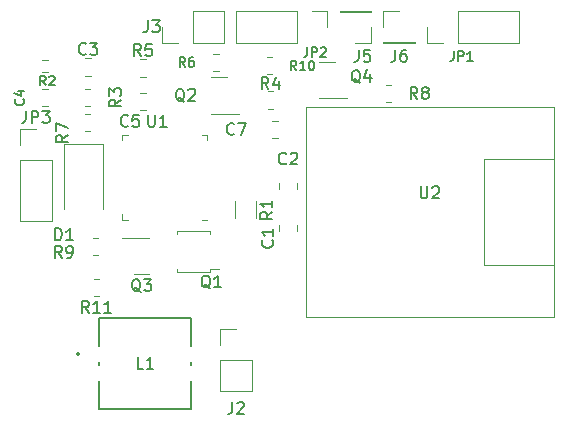
<source format=gbr>
%TF.GenerationSoftware,KiCad,Pcbnew,7.0.9*%
%TF.CreationDate,2024-04-10T12:07:57+02:00*%
%TF.ProjectId,Test_1,54657374-5f31-42e6-9b69-6361645f7063,rev?*%
%TF.SameCoordinates,Original*%
%TF.FileFunction,Legend,Top*%
%TF.FilePolarity,Positive*%
%FSLAX46Y46*%
G04 Gerber Fmt 4.6, Leading zero omitted, Abs format (unit mm)*
G04 Created by KiCad (PCBNEW 7.0.9) date 2024-04-10 12:07:57*
%MOMM*%
%LPD*%
G01*
G04 APERTURE LIST*
%ADD10C,0.150000*%
%ADD11C,0.120000*%
%ADD12C,0.152400*%
G04 APERTURE END LIST*
D10*
X85954819Y-127366666D02*
X85478628Y-127699999D01*
X85954819Y-127938094D02*
X84954819Y-127938094D01*
X84954819Y-127938094D02*
X84954819Y-127557142D01*
X84954819Y-127557142D02*
X85002438Y-127461904D01*
X85002438Y-127461904D02*
X85050057Y-127414285D01*
X85050057Y-127414285D02*
X85145295Y-127366666D01*
X85145295Y-127366666D02*
X85288152Y-127366666D01*
X85288152Y-127366666D02*
X85383390Y-127414285D01*
X85383390Y-127414285D02*
X85431009Y-127461904D01*
X85431009Y-127461904D02*
X85478628Y-127557142D01*
X85478628Y-127557142D02*
X85478628Y-127938094D01*
X84954819Y-127033332D02*
X84954819Y-126414285D01*
X84954819Y-126414285D02*
X85335771Y-126747618D01*
X85335771Y-126747618D02*
X85335771Y-126604761D01*
X85335771Y-126604761D02*
X85383390Y-126509523D01*
X85383390Y-126509523D02*
X85431009Y-126461904D01*
X85431009Y-126461904D02*
X85526247Y-126414285D01*
X85526247Y-126414285D02*
X85764342Y-126414285D01*
X85764342Y-126414285D02*
X85859580Y-126461904D01*
X85859580Y-126461904D02*
X85907200Y-126509523D01*
X85907200Y-126509523D02*
X85954819Y-126604761D01*
X85954819Y-126604761D02*
X85954819Y-126890475D01*
X85954819Y-126890475D02*
X85907200Y-126985713D01*
X85907200Y-126985713D02*
X85859580Y-127033332D01*
X87833333Y-150154719D02*
X87357143Y-150154719D01*
X87357143Y-150154719D02*
X87357143Y-149154719D01*
X88690476Y-150154719D02*
X88119048Y-150154719D01*
X88404762Y-150154719D02*
X88404762Y-149154719D01*
X88404762Y-149154719D02*
X88309524Y-149297576D01*
X88309524Y-149297576D02*
X88214286Y-149392814D01*
X88214286Y-149392814D02*
X88119048Y-149440433D01*
X95533333Y-130259580D02*
X95485714Y-130307200D01*
X95485714Y-130307200D02*
X95342857Y-130354819D01*
X95342857Y-130354819D02*
X95247619Y-130354819D01*
X95247619Y-130354819D02*
X95104762Y-130307200D01*
X95104762Y-130307200D02*
X95009524Y-130211961D01*
X95009524Y-130211961D02*
X94961905Y-130116723D01*
X94961905Y-130116723D02*
X94914286Y-129926247D01*
X94914286Y-129926247D02*
X94914286Y-129783390D01*
X94914286Y-129783390D02*
X94961905Y-129592914D01*
X94961905Y-129592914D02*
X95009524Y-129497676D01*
X95009524Y-129497676D02*
X95104762Y-129402438D01*
X95104762Y-129402438D02*
X95247619Y-129354819D01*
X95247619Y-129354819D02*
X95342857Y-129354819D01*
X95342857Y-129354819D02*
X95485714Y-129402438D01*
X95485714Y-129402438D02*
X95533333Y-129450057D01*
X95866667Y-129354819D02*
X96533333Y-129354819D01*
X96533333Y-129354819D02*
X96104762Y-130354819D01*
X114133333Y-123262295D02*
X114133333Y-123833723D01*
X114133333Y-123833723D02*
X114095238Y-123948009D01*
X114095238Y-123948009D02*
X114019047Y-124024200D01*
X114019047Y-124024200D02*
X113904762Y-124062295D01*
X113904762Y-124062295D02*
X113828571Y-124062295D01*
X114514286Y-124062295D02*
X114514286Y-123262295D01*
X114514286Y-123262295D02*
X114819048Y-123262295D01*
X114819048Y-123262295D02*
X114895238Y-123300390D01*
X114895238Y-123300390D02*
X114933333Y-123338485D01*
X114933333Y-123338485D02*
X114971429Y-123414676D01*
X114971429Y-123414676D02*
X114971429Y-123528961D01*
X114971429Y-123528961D02*
X114933333Y-123605152D01*
X114933333Y-123605152D02*
X114895238Y-123643247D01*
X114895238Y-123643247D02*
X114819048Y-123681342D01*
X114819048Y-123681342D02*
X114514286Y-123681342D01*
X115733333Y-124062295D02*
X115276190Y-124062295D01*
X115504762Y-124062295D02*
X115504762Y-123262295D01*
X115504762Y-123262295D02*
X115428571Y-123376580D01*
X115428571Y-123376580D02*
X115352381Y-123452771D01*
X115352381Y-123452771D02*
X115276190Y-123490866D01*
X87604761Y-143650057D02*
X87509523Y-143602438D01*
X87509523Y-143602438D02*
X87414285Y-143507200D01*
X87414285Y-143507200D02*
X87271428Y-143364342D01*
X87271428Y-143364342D02*
X87176190Y-143316723D01*
X87176190Y-143316723D02*
X87080952Y-143316723D01*
X87128571Y-143554819D02*
X87033333Y-143507200D01*
X87033333Y-143507200D02*
X86938095Y-143411961D01*
X86938095Y-143411961D02*
X86890476Y-143221485D01*
X86890476Y-143221485D02*
X86890476Y-142888152D01*
X86890476Y-142888152D02*
X86938095Y-142697676D01*
X86938095Y-142697676D02*
X87033333Y-142602438D01*
X87033333Y-142602438D02*
X87128571Y-142554819D01*
X87128571Y-142554819D02*
X87319047Y-142554819D01*
X87319047Y-142554819D02*
X87414285Y-142602438D01*
X87414285Y-142602438D02*
X87509523Y-142697676D01*
X87509523Y-142697676D02*
X87557142Y-142888152D01*
X87557142Y-142888152D02*
X87557142Y-143221485D01*
X87557142Y-143221485D02*
X87509523Y-143411961D01*
X87509523Y-143411961D02*
X87414285Y-143507200D01*
X87414285Y-143507200D02*
X87319047Y-143554819D01*
X87319047Y-143554819D02*
X87128571Y-143554819D01*
X87890476Y-142554819D02*
X88509523Y-142554819D01*
X88509523Y-142554819D02*
X88176190Y-142935771D01*
X88176190Y-142935771D02*
X88319047Y-142935771D01*
X88319047Y-142935771D02*
X88414285Y-142983390D01*
X88414285Y-142983390D02*
X88461904Y-143031009D01*
X88461904Y-143031009D02*
X88509523Y-143126247D01*
X88509523Y-143126247D02*
X88509523Y-143364342D01*
X88509523Y-143364342D02*
X88461904Y-143459580D01*
X88461904Y-143459580D02*
X88414285Y-143507200D01*
X88414285Y-143507200D02*
X88319047Y-143554819D01*
X88319047Y-143554819D02*
X88033333Y-143554819D01*
X88033333Y-143554819D02*
X87938095Y-143507200D01*
X87938095Y-143507200D02*
X87890476Y-143459580D01*
X91366667Y-124562295D02*
X91100000Y-124181342D01*
X90909524Y-124562295D02*
X90909524Y-123762295D01*
X90909524Y-123762295D02*
X91214286Y-123762295D01*
X91214286Y-123762295D02*
X91290476Y-123800390D01*
X91290476Y-123800390D02*
X91328571Y-123838485D01*
X91328571Y-123838485D02*
X91366667Y-123914676D01*
X91366667Y-123914676D02*
X91366667Y-124028961D01*
X91366667Y-124028961D02*
X91328571Y-124105152D01*
X91328571Y-124105152D02*
X91290476Y-124143247D01*
X91290476Y-124143247D02*
X91214286Y-124181342D01*
X91214286Y-124181342D02*
X90909524Y-124181342D01*
X92052381Y-123762295D02*
X91900000Y-123762295D01*
X91900000Y-123762295D02*
X91823809Y-123800390D01*
X91823809Y-123800390D02*
X91785714Y-123838485D01*
X91785714Y-123838485D02*
X91709524Y-123952771D01*
X91709524Y-123952771D02*
X91671428Y-124105152D01*
X91671428Y-124105152D02*
X91671428Y-124409914D01*
X91671428Y-124409914D02*
X91709524Y-124486104D01*
X91709524Y-124486104D02*
X91747619Y-124524200D01*
X91747619Y-124524200D02*
X91823809Y-124562295D01*
X91823809Y-124562295D02*
X91976190Y-124562295D01*
X91976190Y-124562295D02*
X92052381Y-124524200D01*
X92052381Y-124524200D02*
X92090476Y-124486104D01*
X92090476Y-124486104D02*
X92128571Y-124409914D01*
X92128571Y-124409914D02*
X92128571Y-124219438D01*
X92128571Y-124219438D02*
X92090476Y-124143247D01*
X92090476Y-124143247D02*
X92052381Y-124105152D01*
X92052381Y-124105152D02*
X91976190Y-124067057D01*
X91976190Y-124067057D02*
X91823809Y-124067057D01*
X91823809Y-124067057D02*
X91747619Y-124105152D01*
X91747619Y-124105152D02*
X91709524Y-124143247D01*
X91709524Y-124143247D02*
X91671428Y-124219438D01*
X83207142Y-145404819D02*
X82873809Y-144928628D01*
X82635714Y-145404819D02*
X82635714Y-144404819D01*
X82635714Y-144404819D02*
X83016666Y-144404819D01*
X83016666Y-144404819D02*
X83111904Y-144452438D01*
X83111904Y-144452438D02*
X83159523Y-144500057D01*
X83159523Y-144500057D02*
X83207142Y-144595295D01*
X83207142Y-144595295D02*
X83207142Y-144738152D01*
X83207142Y-144738152D02*
X83159523Y-144833390D01*
X83159523Y-144833390D02*
X83111904Y-144881009D01*
X83111904Y-144881009D02*
X83016666Y-144928628D01*
X83016666Y-144928628D02*
X82635714Y-144928628D01*
X84159523Y-145404819D02*
X83588095Y-145404819D01*
X83873809Y-145404819D02*
X83873809Y-144404819D01*
X83873809Y-144404819D02*
X83778571Y-144547676D01*
X83778571Y-144547676D02*
X83683333Y-144642914D01*
X83683333Y-144642914D02*
X83588095Y-144690533D01*
X85111904Y-145404819D02*
X84540476Y-145404819D01*
X84826190Y-145404819D02*
X84826190Y-144404819D01*
X84826190Y-144404819D02*
X84730952Y-144547676D01*
X84730952Y-144547676D02*
X84635714Y-144642914D01*
X84635714Y-144642914D02*
X84540476Y-144690533D01*
X98433333Y-126454819D02*
X98100000Y-125978628D01*
X97861905Y-126454819D02*
X97861905Y-125454819D01*
X97861905Y-125454819D02*
X98242857Y-125454819D01*
X98242857Y-125454819D02*
X98338095Y-125502438D01*
X98338095Y-125502438D02*
X98385714Y-125550057D01*
X98385714Y-125550057D02*
X98433333Y-125645295D01*
X98433333Y-125645295D02*
X98433333Y-125788152D01*
X98433333Y-125788152D02*
X98385714Y-125883390D01*
X98385714Y-125883390D02*
X98338095Y-125931009D01*
X98338095Y-125931009D02*
X98242857Y-125978628D01*
X98242857Y-125978628D02*
X97861905Y-125978628D01*
X99290476Y-125788152D02*
X99290476Y-126454819D01*
X99052381Y-125407200D02*
X98814286Y-126121485D01*
X98814286Y-126121485D02*
X99433333Y-126121485D01*
X80361905Y-139254819D02*
X80361905Y-138254819D01*
X80361905Y-138254819D02*
X80600000Y-138254819D01*
X80600000Y-138254819D02*
X80742857Y-138302438D01*
X80742857Y-138302438D02*
X80838095Y-138397676D01*
X80838095Y-138397676D02*
X80885714Y-138492914D01*
X80885714Y-138492914D02*
X80933333Y-138683390D01*
X80933333Y-138683390D02*
X80933333Y-138826247D01*
X80933333Y-138826247D02*
X80885714Y-139016723D01*
X80885714Y-139016723D02*
X80838095Y-139111961D01*
X80838095Y-139111961D02*
X80742857Y-139207200D01*
X80742857Y-139207200D02*
X80600000Y-139254819D01*
X80600000Y-139254819D02*
X80361905Y-139254819D01*
X81885714Y-139254819D02*
X81314286Y-139254819D01*
X81600000Y-139254819D02*
X81600000Y-138254819D01*
X81600000Y-138254819D02*
X81504762Y-138397676D01*
X81504762Y-138397676D02*
X81409524Y-138492914D01*
X81409524Y-138492914D02*
X81314286Y-138540533D01*
X98754819Y-136866666D02*
X98278628Y-137199999D01*
X98754819Y-137438094D02*
X97754819Y-137438094D01*
X97754819Y-137438094D02*
X97754819Y-137057142D01*
X97754819Y-137057142D02*
X97802438Y-136961904D01*
X97802438Y-136961904D02*
X97850057Y-136914285D01*
X97850057Y-136914285D02*
X97945295Y-136866666D01*
X97945295Y-136866666D02*
X98088152Y-136866666D01*
X98088152Y-136866666D02*
X98183390Y-136914285D01*
X98183390Y-136914285D02*
X98231009Y-136961904D01*
X98231009Y-136961904D02*
X98278628Y-137057142D01*
X98278628Y-137057142D02*
X98278628Y-137438094D01*
X98754819Y-135914285D02*
X98754819Y-136485713D01*
X98754819Y-136199999D02*
X97754819Y-136199999D01*
X97754819Y-136199999D02*
X97897676Y-136295237D01*
X97897676Y-136295237D02*
X97992914Y-136390475D01*
X97992914Y-136390475D02*
X98040533Y-136485713D01*
X86533333Y-129559580D02*
X86485714Y-129607200D01*
X86485714Y-129607200D02*
X86342857Y-129654819D01*
X86342857Y-129654819D02*
X86247619Y-129654819D01*
X86247619Y-129654819D02*
X86104762Y-129607200D01*
X86104762Y-129607200D02*
X86009524Y-129511961D01*
X86009524Y-129511961D02*
X85961905Y-129416723D01*
X85961905Y-129416723D02*
X85914286Y-129226247D01*
X85914286Y-129226247D02*
X85914286Y-129083390D01*
X85914286Y-129083390D02*
X85961905Y-128892914D01*
X85961905Y-128892914D02*
X86009524Y-128797676D01*
X86009524Y-128797676D02*
X86104762Y-128702438D01*
X86104762Y-128702438D02*
X86247619Y-128654819D01*
X86247619Y-128654819D02*
X86342857Y-128654819D01*
X86342857Y-128654819D02*
X86485714Y-128702438D01*
X86485714Y-128702438D02*
X86533333Y-128750057D01*
X87438095Y-128654819D02*
X86961905Y-128654819D01*
X86961905Y-128654819D02*
X86914286Y-129131009D01*
X86914286Y-129131009D02*
X86961905Y-129083390D01*
X86961905Y-129083390D02*
X87057143Y-129035771D01*
X87057143Y-129035771D02*
X87295238Y-129035771D01*
X87295238Y-129035771D02*
X87390476Y-129083390D01*
X87390476Y-129083390D02*
X87438095Y-129131009D01*
X87438095Y-129131009D02*
X87485714Y-129226247D01*
X87485714Y-129226247D02*
X87485714Y-129464342D01*
X87485714Y-129464342D02*
X87438095Y-129559580D01*
X87438095Y-129559580D02*
X87390476Y-129607200D01*
X87390476Y-129607200D02*
X87295238Y-129654819D01*
X87295238Y-129654819D02*
X87057143Y-129654819D01*
X87057143Y-129654819D02*
X86961905Y-129607200D01*
X86961905Y-129607200D02*
X86914286Y-129559580D01*
X101733333Y-122912295D02*
X101733333Y-123483723D01*
X101733333Y-123483723D02*
X101695238Y-123598009D01*
X101695238Y-123598009D02*
X101619047Y-123674200D01*
X101619047Y-123674200D02*
X101504762Y-123712295D01*
X101504762Y-123712295D02*
X101428571Y-123712295D01*
X102114286Y-123712295D02*
X102114286Y-122912295D01*
X102114286Y-122912295D02*
X102419048Y-122912295D01*
X102419048Y-122912295D02*
X102495238Y-122950390D01*
X102495238Y-122950390D02*
X102533333Y-122988485D01*
X102533333Y-122988485D02*
X102571429Y-123064676D01*
X102571429Y-123064676D02*
X102571429Y-123178961D01*
X102571429Y-123178961D02*
X102533333Y-123255152D01*
X102533333Y-123255152D02*
X102495238Y-123293247D01*
X102495238Y-123293247D02*
X102419048Y-123331342D01*
X102419048Y-123331342D02*
X102114286Y-123331342D01*
X102876190Y-122988485D02*
X102914286Y-122950390D01*
X102914286Y-122950390D02*
X102990476Y-122912295D01*
X102990476Y-122912295D02*
X103180952Y-122912295D01*
X103180952Y-122912295D02*
X103257143Y-122950390D01*
X103257143Y-122950390D02*
X103295238Y-122988485D01*
X103295238Y-122988485D02*
X103333333Y-123064676D01*
X103333333Y-123064676D02*
X103333333Y-123140866D01*
X103333333Y-123140866D02*
X103295238Y-123255152D01*
X103295238Y-123255152D02*
X102838095Y-123712295D01*
X102838095Y-123712295D02*
X103333333Y-123712295D01*
X77686104Y-127333332D02*
X77724200Y-127371428D01*
X77724200Y-127371428D02*
X77762295Y-127485713D01*
X77762295Y-127485713D02*
X77762295Y-127561904D01*
X77762295Y-127561904D02*
X77724200Y-127676190D01*
X77724200Y-127676190D02*
X77648009Y-127752380D01*
X77648009Y-127752380D02*
X77571819Y-127790475D01*
X77571819Y-127790475D02*
X77419438Y-127828571D01*
X77419438Y-127828571D02*
X77305152Y-127828571D01*
X77305152Y-127828571D02*
X77152771Y-127790475D01*
X77152771Y-127790475D02*
X77076580Y-127752380D01*
X77076580Y-127752380D02*
X77000390Y-127676190D01*
X77000390Y-127676190D02*
X76962295Y-127561904D01*
X76962295Y-127561904D02*
X76962295Y-127485713D01*
X76962295Y-127485713D02*
X77000390Y-127371428D01*
X77000390Y-127371428D02*
X77038485Y-127333332D01*
X77228961Y-126647618D02*
X77762295Y-126647618D01*
X76924200Y-126838094D02*
X77495628Y-127028571D01*
X77495628Y-127028571D02*
X77495628Y-126533332D01*
X79566667Y-126162295D02*
X79300000Y-125781342D01*
X79109524Y-126162295D02*
X79109524Y-125362295D01*
X79109524Y-125362295D02*
X79414286Y-125362295D01*
X79414286Y-125362295D02*
X79490476Y-125400390D01*
X79490476Y-125400390D02*
X79528571Y-125438485D01*
X79528571Y-125438485D02*
X79566667Y-125514676D01*
X79566667Y-125514676D02*
X79566667Y-125628961D01*
X79566667Y-125628961D02*
X79528571Y-125705152D01*
X79528571Y-125705152D02*
X79490476Y-125743247D01*
X79490476Y-125743247D02*
X79414286Y-125781342D01*
X79414286Y-125781342D02*
X79109524Y-125781342D01*
X79871428Y-125438485D02*
X79909524Y-125400390D01*
X79909524Y-125400390D02*
X79985714Y-125362295D01*
X79985714Y-125362295D02*
X80176190Y-125362295D01*
X80176190Y-125362295D02*
X80252381Y-125400390D01*
X80252381Y-125400390D02*
X80290476Y-125438485D01*
X80290476Y-125438485D02*
X80328571Y-125514676D01*
X80328571Y-125514676D02*
X80328571Y-125590866D01*
X80328571Y-125590866D02*
X80290476Y-125705152D01*
X80290476Y-125705152D02*
X79833333Y-126162295D01*
X79833333Y-126162295D02*
X80328571Y-126162295D01*
X82983333Y-123459580D02*
X82935714Y-123507200D01*
X82935714Y-123507200D02*
X82792857Y-123554819D01*
X82792857Y-123554819D02*
X82697619Y-123554819D01*
X82697619Y-123554819D02*
X82554762Y-123507200D01*
X82554762Y-123507200D02*
X82459524Y-123411961D01*
X82459524Y-123411961D02*
X82411905Y-123316723D01*
X82411905Y-123316723D02*
X82364286Y-123126247D01*
X82364286Y-123126247D02*
X82364286Y-122983390D01*
X82364286Y-122983390D02*
X82411905Y-122792914D01*
X82411905Y-122792914D02*
X82459524Y-122697676D01*
X82459524Y-122697676D02*
X82554762Y-122602438D01*
X82554762Y-122602438D02*
X82697619Y-122554819D01*
X82697619Y-122554819D02*
X82792857Y-122554819D01*
X82792857Y-122554819D02*
X82935714Y-122602438D01*
X82935714Y-122602438D02*
X82983333Y-122650057D01*
X83316667Y-122554819D02*
X83935714Y-122554819D01*
X83935714Y-122554819D02*
X83602381Y-122935771D01*
X83602381Y-122935771D02*
X83745238Y-122935771D01*
X83745238Y-122935771D02*
X83840476Y-122983390D01*
X83840476Y-122983390D02*
X83888095Y-123031009D01*
X83888095Y-123031009D02*
X83935714Y-123126247D01*
X83935714Y-123126247D02*
X83935714Y-123364342D01*
X83935714Y-123364342D02*
X83888095Y-123459580D01*
X83888095Y-123459580D02*
X83840476Y-123507200D01*
X83840476Y-123507200D02*
X83745238Y-123554819D01*
X83745238Y-123554819D02*
X83459524Y-123554819D01*
X83459524Y-123554819D02*
X83364286Y-123507200D01*
X83364286Y-123507200D02*
X83316667Y-123459580D01*
X91317261Y-127550057D02*
X91222023Y-127502438D01*
X91222023Y-127502438D02*
X91126785Y-127407200D01*
X91126785Y-127407200D02*
X90983928Y-127264342D01*
X90983928Y-127264342D02*
X90888690Y-127216723D01*
X90888690Y-127216723D02*
X90793452Y-127216723D01*
X90841071Y-127454819D02*
X90745833Y-127407200D01*
X90745833Y-127407200D02*
X90650595Y-127311961D01*
X90650595Y-127311961D02*
X90602976Y-127121485D01*
X90602976Y-127121485D02*
X90602976Y-126788152D01*
X90602976Y-126788152D02*
X90650595Y-126597676D01*
X90650595Y-126597676D02*
X90745833Y-126502438D01*
X90745833Y-126502438D02*
X90841071Y-126454819D01*
X90841071Y-126454819D02*
X91031547Y-126454819D01*
X91031547Y-126454819D02*
X91126785Y-126502438D01*
X91126785Y-126502438D02*
X91222023Y-126597676D01*
X91222023Y-126597676D02*
X91269642Y-126788152D01*
X91269642Y-126788152D02*
X91269642Y-127121485D01*
X91269642Y-127121485D02*
X91222023Y-127311961D01*
X91222023Y-127311961D02*
X91126785Y-127407200D01*
X91126785Y-127407200D02*
X91031547Y-127454819D01*
X91031547Y-127454819D02*
X90841071Y-127454819D01*
X91650595Y-126550057D02*
X91698214Y-126502438D01*
X91698214Y-126502438D02*
X91793452Y-126454819D01*
X91793452Y-126454819D02*
X92031547Y-126454819D01*
X92031547Y-126454819D02*
X92126785Y-126502438D01*
X92126785Y-126502438D02*
X92174404Y-126550057D01*
X92174404Y-126550057D02*
X92222023Y-126645295D01*
X92222023Y-126645295D02*
X92222023Y-126740533D01*
X92222023Y-126740533D02*
X92174404Y-126883390D01*
X92174404Y-126883390D02*
X91602976Y-127454819D01*
X91602976Y-127454819D02*
X92222023Y-127454819D01*
X109166666Y-123154819D02*
X109166666Y-123869104D01*
X109166666Y-123869104D02*
X109119047Y-124011961D01*
X109119047Y-124011961D02*
X109023809Y-124107200D01*
X109023809Y-124107200D02*
X108880952Y-124154819D01*
X108880952Y-124154819D02*
X108785714Y-124154819D01*
X110071428Y-123154819D02*
X109880952Y-123154819D01*
X109880952Y-123154819D02*
X109785714Y-123202438D01*
X109785714Y-123202438D02*
X109738095Y-123250057D01*
X109738095Y-123250057D02*
X109642857Y-123392914D01*
X109642857Y-123392914D02*
X109595238Y-123583390D01*
X109595238Y-123583390D02*
X109595238Y-123964342D01*
X109595238Y-123964342D02*
X109642857Y-124059580D01*
X109642857Y-124059580D02*
X109690476Y-124107200D01*
X109690476Y-124107200D02*
X109785714Y-124154819D01*
X109785714Y-124154819D02*
X109976190Y-124154819D01*
X109976190Y-124154819D02*
X110071428Y-124107200D01*
X110071428Y-124107200D02*
X110119047Y-124059580D01*
X110119047Y-124059580D02*
X110166666Y-123964342D01*
X110166666Y-123964342D02*
X110166666Y-123726247D01*
X110166666Y-123726247D02*
X110119047Y-123631009D01*
X110119047Y-123631009D02*
X110071428Y-123583390D01*
X110071428Y-123583390D02*
X109976190Y-123535771D01*
X109976190Y-123535771D02*
X109785714Y-123535771D01*
X109785714Y-123535771D02*
X109690476Y-123583390D01*
X109690476Y-123583390D02*
X109642857Y-123631009D01*
X109642857Y-123631009D02*
X109595238Y-123726247D01*
X99933333Y-132759580D02*
X99885714Y-132807200D01*
X99885714Y-132807200D02*
X99742857Y-132854819D01*
X99742857Y-132854819D02*
X99647619Y-132854819D01*
X99647619Y-132854819D02*
X99504762Y-132807200D01*
X99504762Y-132807200D02*
X99409524Y-132711961D01*
X99409524Y-132711961D02*
X99361905Y-132616723D01*
X99361905Y-132616723D02*
X99314286Y-132426247D01*
X99314286Y-132426247D02*
X99314286Y-132283390D01*
X99314286Y-132283390D02*
X99361905Y-132092914D01*
X99361905Y-132092914D02*
X99409524Y-131997676D01*
X99409524Y-131997676D02*
X99504762Y-131902438D01*
X99504762Y-131902438D02*
X99647619Y-131854819D01*
X99647619Y-131854819D02*
X99742857Y-131854819D01*
X99742857Y-131854819D02*
X99885714Y-131902438D01*
X99885714Y-131902438D02*
X99933333Y-131950057D01*
X100314286Y-131950057D02*
X100361905Y-131902438D01*
X100361905Y-131902438D02*
X100457143Y-131854819D01*
X100457143Y-131854819D02*
X100695238Y-131854819D01*
X100695238Y-131854819D02*
X100790476Y-131902438D01*
X100790476Y-131902438D02*
X100838095Y-131950057D01*
X100838095Y-131950057D02*
X100885714Y-132045295D01*
X100885714Y-132045295D02*
X100885714Y-132140533D01*
X100885714Y-132140533D02*
X100838095Y-132283390D01*
X100838095Y-132283390D02*
X100266667Y-132854819D01*
X100266667Y-132854819D02*
X100885714Y-132854819D01*
X81454819Y-130366666D02*
X80978628Y-130699999D01*
X81454819Y-130938094D02*
X80454819Y-130938094D01*
X80454819Y-130938094D02*
X80454819Y-130557142D01*
X80454819Y-130557142D02*
X80502438Y-130461904D01*
X80502438Y-130461904D02*
X80550057Y-130414285D01*
X80550057Y-130414285D02*
X80645295Y-130366666D01*
X80645295Y-130366666D02*
X80788152Y-130366666D01*
X80788152Y-130366666D02*
X80883390Y-130414285D01*
X80883390Y-130414285D02*
X80931009Y-130461904D01*
X80931009Y-130461904D02*
X80978628Y-130557142D01*
X80978628Y-130557142D02*
X80978628Y-130938094D01*
X80454819Y-130033332D02*
X80454819Y-129366666D01*
X80454819Y-129366666D02*
X81454819Y-129795237D01*
X77906666Y-128324819D02*
X77906666Y-129039104D01*
X77906666Y-129039104D02*
X77859047Y-129181961D01*
X77859047Y-129181961D02*
X77763809Y-129277200D01*
X77763809Y-129277200D02*
X77620952Y-129324819D01*
X77620952Y-129324819D02*
X77525714Y-129324819D01*
X78382857Y-129324819D02*
X78382857Y-128324819D01*
X78382857Y-128324819D02*
X78763809Y-128324819D01*
X78763809Y-128324819D02*
X78859047Y-128372438D01*
X78859047Y-128372438D02*
X78906666Y-128420057D01*
X78906666Y-128420057D02*
X78954285Y-128515295D01*
X78954285Y-128515295D02*
X78954285Y-128658152D01*
X78954285Y-128658152D02*
X78906666Y-128753390D01*
X78906666Y-128753390D02*
X78859047Y-128801009D01*
X78859047Y-128801009D02*
X78763809Y-128848628D01*
X78763809Y-128848628D02*
X78382857Y-128848628D01*
X79287619Y-128324819D02*
X79906666Y-128324819D01*
X79906666Y-128324819D02*
X79573333Y-128705771D01*
X79573333Y-128705771D02*
X79716190Y-128705771D01*
X79716190Y-128705771D02*
X79811428Y-128753390D01*
X79811428Y-128753390D02*
X79859047Y-128801009D01*
X79859047Y-128801009D02*
X79906666Y-128896247D01*
X79906666Y-128896247D02*
X79906666Y-129134342D01*
X79906666Y-129134342D02*
X79859047Y-129229580D01*
X79859047Y-129229580D02*
X79811428Y-129277200D01*
X79811428Y-129277200D02*
X79716190Y-129324819D01*
X79716190Y-129324819D02*
X79430476Y-129324819D01*
X79430476Y-129324819D02*
X79335238Y-129277200D01*
X79335238Y-129277200D02*
X79287619Y-129229580D01*
X88238095Y-128654819D02*
X88238095Y-129464342D01*
X88238095Y-129464342D02*
X88285714Y-129559580D01*
X88285714Y-129559580D02*
X88333333Y-129607200D01*
X88333333Y-129607200D02*
X88428571Y-129654819D01*
X88428571Y-129654819D02*
X88619047Y-129654819D01*
X88619047Y-129654819D02*
X88714285Y-129607200D01*
X88714285Y-129607200D02*
X88761904Y-129559580D01*
X88761904Y-129559580D02*
X88809523Y-129464342D01*
X88809523Y-129464342D02*
X88809523Y-128654819D01*
X89809523Y-129654819D02*
X89238095Y-129654819D01*
X89523809Y-129654819D02*
X89523809Y-128654819D01*
X89523809Y-128654819D02*
X89428571Y-128797676D01*
X89428571Y-128797676D02*
X89333333Y-128892914D01*
X89333333Y-128892914D02*
X89238095Y-128940533D01*
X111033333Y-127304819D02*
X110700000Y-126828628D01*
X110461905Y-127304819D02*
X110461905Y-126304819D01*
X110461905Y-126304819D02*
X110842857Y-126304819D01*
X110842857Y-126304819D02*
X110938095Y-126352438D01*
X110938095Y-126352438D02*
X110985714Y-126400057D01*
X110985714Y-126400057D02*
X111033333Y-126495295D01*
X111033333Y-126495295D02*
X111033333Y-126638152D01*
X111033333Y-126638152D02*
X110985714Y-126733390D01*
X110985714Y-126733390D02*
X110938095Y-126781009D01*
X110938095Y-126781009D02*
X110842857Y-126828628D01*
X110842857Y-126828628D02*
X110461905Y-126828628D01*
X111604762Y-126733390D02*
X111509524Y-126685771D01*
X111509524Y-126685771D02*
X111461905Y-126638152D01*
X111461905Y-126638152D02*
X111414286Y-126542914D01*
X111414286Y-126542914D02*
X111414286Y-126495295D01*
X111414286Y-126495295D02*
X111461905Y-126400057D01*
X111461905Y-126400057D02*
X111509524Y-126352438D01*
X111509524Y-126352438D02*
X111604762Y-126304819D01*
X111604762Y-126304819D02*
X111795238Y-126304819D01*
X111795238Y-126304819D02*
X111890476Y-126352438D01*
X111890476Y-126352438D02*
X111938095Y-126400057D01*
X111938095Y-126400057D02*
X111985714Y-126495295D01*
X111985714Y-126495295D02*
X111985714Y-126542914D01*
X111985714Y-126542914D02*
X111938095Y-126638152D01*
X111938095Y-126638152D02*
X111890476Y-126685771D01*
X111890476Y-126685771D02*
X111795238Y-126733390D01*
X111795238Y-126733390D02*
X111604762Y-126733390D01*
X111604762Y-126733390D02*
X111509524Y-126781009D01*
X111509524Y-126781009D02*
X111461905Y-126828628D01*
X111461905Y-126828628D02*
X111414286Y-126923866D01*
X111414286Y-126923866D02*
X111414286Y-127114342D01*
X111414286Y-127114342D02*
X111461905Y-127209580D01*
X111461905Y-127209580D02*
X111509524Y-127257200D01*
X111509524Y-127257200D02*
X111604762Y-127304819D01*
X111604762Y-127304819D02*
X111795238Y-127304819D01*
X111795238Y-127304819D02*
X111890476Y-127257200D01*
X111890476Y-127257200D02*
X111938095Y-127209580D01*
X111938095Y-127209580D02*
X111985714Y-127114342D01*
X111985714Y-127114342D02*
X111985714Y-126923866D01*
X111985714Y-126923866D02*
X111938095Y-126828628D01*
X111938095Y-126828628D02*
X111890476Y-126781009D01*
X111890476Y-126781009D02*
X111795238Y-126733390D01*
X106066666Y-123154819D02*
X106066666Y-123869104D01*
X106066666Y-123869104D02*
X106019047Y-124011961D01*
X106019047Y-124011961D02*
X105923809Y-124107200D01*
X105923809Y-124107200D02*
X105780952Y-124154819D01*
X105780952Y-124154819D02*
X105685714Y-124154819D01*
X107019047Y-123154819D02*
X106542857Y-123154819D01*
X106542857Y-123154819D02*
X106495238Y-123631009D01*
X106495238Y-123631009D02*
X106542857Y-123583390D01*
X106542857Y-123583390D02*
X106638095Y-123535771D01*
X106638095Y-123535771D02*
X106876190Y-123535771D01*
X106876190Y-123535771D02*
X106971428Y-123583390D01*
X106971428Y-123583390D02*
X107019047Y-123631009D01*
X107019047Y-123631009D02*
X107066666Y-123726247D01*
X107066666Y-123726247D02*
X107066666Y-123964342D01*
X107066666Y-123964342D02*
X107019047Y-124059580D01*
X107019047Y-124059580D02*
X106971428Y-124107200D01*
X106971428Y-124107200D02*
X106876190Y-124154819D01*
X106876190Y-124154819D02*
X106638095Y-124154819D01*
X106638095Y-124154819D02*
X106542857Y-124107200D01*
X106542857Y-124107200D02*
X106495238Y-124059580D01*
X80933333Y-140754819D02*
X80600000Y-140278628D01*
X80361905Y-140754819D02*
X80361905Y-139754819D01*
X80361905Y-139754819D02*
X80742857Y-139754819D01*
X80742857Y-139754819D02*
X80838095Y-139802438D01*
X80838095Y-139802438D02*
X80885714Y-139850057D01*
X80885714Y-139850057D02*
X80933333Y-139945295D01*
X80933333Y-139945295D02*
X80933333Y-140088152D01*
X80933333Y-140088152D02*
X80885714Y-140183390D01*
X80885714Y-140183390D02*
X80838095Y-140231009D01*
X80838095Y-140231009D02*
X80742857Y-140278628D01*
X80742857Y-140278628D02*
X80361905Y-140278628D01*
X81409524Y-140754819D02*
X81600000Y-140754819D01*
X81600000Y-140754819D02*
X81695238Y-140707200D01*
X81695238Y-140707200D02*
X81742857Y-140659580D01*
X81742857Y-140659580D02*
X81838095Y-140516723D01*
X81838095Y-140516723D02*
X81885714Y-140326247D01*
X81885714Y-140326247D02*
X81885714Y-139945295D01*
X81885714Y-139945295D02*
X81838095Y-139850057D01*
X81838095Y-139850057D02*
X81790476Y-139802438D01*
X81790476Y-139802438D02*
X81695238Y-139754819D01*
X81695238Y-139754819D02*
X81504762Y-139754819D01*
X81504762Y-139754819D02*
X81409524Y-139802438D01*
X81409524Y-139802438D02*
X81361905Y-139850057D01*
X81361905Y-139850057D02*
X81314286Y-139945295D01*
X81314286Y-139945295D02*
X81314286Y-140183390D01*
X81314286Y-140183390D02*
X81361905Y-140278628D01*
X81361905Y-140278628D02*
X81409524Y-140326247D01*
X81409524Y-140326247D02*
X81504762Y-140373866D01*
X81504762Y-140373866D02*
X81695238Y-140373866D01*
X81695238Y-140373866D02*
X81790476Y-140326247D01*
X81790476Y-140326247D02*
X81838095Y-140278628D01*
X81838095Y-140278628D02*
X81885714Y-140183390D01*
X95366666Y-152979819D02*
X95366666Y-153694104D01*
X95366666Y-153694104D02*
X95319047Y-153836961D01*
X95319047Y-153836961D02*
X95223809Y-153932200D01*
X95223809Y-153932200D02*
X95080952Y-153979819D01*
X95080952Y-153979819D02*
X94985714Y-153979819D01*
X95795238Y-153075057D02*
X95842857Y-153027438D01*
X95842857Y-153027438D02*
X95938095Y-152979819D01*
X95938095Y-152979819D02*
X96176190Y-152979819D01*
X96176190Y-152979819D02*
X96271428Y-153027438D01*
X96271428Y-153027438D02*
X96319047Y-153075057D01*
X96319047Y-153075057D02*
X96366666Y-153170295D01*
X96366666Y-153170295D02*
X96366666Y-153265533D01*
X96366666Y-153265533D02*
X96319047Y-153408390D01*
X96319047Y-153408390D02*
X95747619Y-153979819D01*
X95747619Y-153979819D02*
X96366666Y-153979819D01*
X100785714Y-124862295D02*
X100519047Y-124481342D01*
X100328571Y-124862295D02*
X100328571Y-124062295D01*
X100328571Y-124062295D02*
X100633333Y-124062295D01*
X100633333Y-124062295D02*
X100709523Y-124100390D01*
X100709523Y-124100390D02*
X100747618Y-124138485D01*
X100747618Y-124138485D02*
X100785714Y-124214676D01*
X100785714Y-124214676D02*
X100785714Y-124328961D01*
X100785714Y-124328961D02*
X100747618Y-124405152D01*
X100747618Y-124405152D02*
X100709523Y-124443247D01*
X100709523Y-124443247D02*
X100633333Y-124481342D01*
X100633333Y-124481342D02*
X100328571Y-124481342D01*
X101547618Y-124862295D02*
X101090475Y-124862295D01*
X101319047Y-124862295D02*
X101319047Y-124062295D01*
X101319047Y-124062295D02*
X101242856Y-124176580D01*
X101242856Y-124176580D02*
X101166666Y-124252771D01*
X101166666Y-124252771D02*
X101090475Y-124290866D01*
X102042857Y-124062295D02*
X102119047Y-124062295D01*
X102119047Y-124062295D02*
X102195238Y-124100390D01*
X102195238Y-124100390D02*
X102233333Y-124138485D01*
X102233333Y-124138485D02*
X102271428Y-124214676D01*
X102271428Y-124214676D02*
X102309523Y-124367057D01*
X102309523Y-124367057D02*
X102309523Y-124557533D01*
X102309523Y-124557533D02*
X102271428Y-124709914D01*
X102271428Y-124709914D02*
X102233333Y-124786104D01*
X102233333Y-124786104D02*
X102195238Y-124824200D01*
X102195238Y-124824200D02*
X102119047Y-124862295D01*
X102119047Y-124862295D02*
X102042857Y-124862295D01*
X102042857Y-124862295D02*
X101966666Y-124824200D01*
X101966666Y-124824200D02*
X101928571Y-124786104D01*
X101928571Y-124786104D02*
X101890476Y-124709914D01*
X101890476Y-124709914D02*
X101852380Y-124557533D01*
X101852380Y-124557533D02*
X101852380Y-124367057D01*
X101852380Y-124367057D02*
X101890476Y-124214676D01*
X101890476Y-124214676D02*
X101928571Y-124138485D01*
X101928571Y-124138485D02*
X101966666Y-124100390D01*
X101966666Y-124100390D02*
X102042857Y-124062295D01*
X93504761Y-143350057D02*
X93409523Y-143302438D01*
X93409523Y-143302438D02*
X93314285Y-143207200D01*
X93314285Y-143207200D02*
X93171428Y-143064342D01*
X93171428Y-143064342D02*
X93076190Y-143016723D01*
X93076190Y-143016723D02*
X92980952Y-143016723D01*
X93028571Y-143254819D02*
X92933333Y-143207200D01*
X92933333Y-143207200D02*
X92838095Y-143111961D01*
X92838095Y-143111961D02*
X92790476Y-142921485D01*
X92790476Y-142921485D02*
X92790476Y-142588152D01*
X92790476Y-142588152D02*
X92838095Y-142397676D01*
X92838095Y-142397676D02*
X92933333Y-142302438D01*
X92933333Y-142302438D02*
X93028571Y-142254819D01*
X93028571Y-142254819D02*
X93219047Y-142254819D01*
X93219047Y-142254819D02*
X93314285Y-142302438D01*
X93314285Y-142302438D02*
X93409523Y-142397676D01*
X93409523Y-142397676D02*
X93457142Y-142588152D01*
X93457142Y-142588152D02*
X93457142Y-142921485D01*
X93457142Y-142921485D02*
X93409523Y-143111961D01*
X93409523Y-143111961D02*
X93314285Y-143207200D01*
X93314285Y-143207200D02*
X93219047Y-143254819D01*
X93219047Y-143254819D02*
X93028571Y-143254819D01*
X94409523Y-143254819D02*
X93838095Y-143254819D01*
X94123809Y-143254819D02*
X94123809Y-142254819D01*
X94123809Y-142254819D02*
X94028571Y-142397676D01*
X94028571Y-142397676D02*
X93933333Y-142492914D01*
X93933333Y-142492914D02*
X93838095Y-142540533D01*
X87633333Y-123654819D02*
X87300000Y-123178628D01*
X87061905Y-123654819D02*
X87061905Y-122654819D01*
X87061905Y-122654819D02*
X87442857Y-122654819D01*
X87442857Y-122654819D02*
X87538095Y-122702438D01*
X87538095Y-122702438D02*
X87585714Y-122750057D01*
X87585714Y-122750057D02*
X87633333Y-122845295D01*
X87633333Y-122845295D02*
X87633333Y-122988152D01*
X87633333Y-122988152D02*
X87585714Y-123083390D01*
X87585714Y-123083390D02*
X87538095Y-123131009D01*
X87538095Y-123131009D02*
X87442857Y-123178628D01*
X87442857Y-123178628D02*
X87061905Y-123178628D01*
X88538095Y-122654819D02*
X88061905Y-122654819D01*
X88061905Y-122654819D02*
X88014286Y-123131009D01*
X88014286Y-123131009D02*
X88061905Y-123083390D01*
X88061905Y-123083390D02*
X88157143Y-123035771D01*
X88157143Y-123035771D02*
X88395238Y-123035771D01*
X88395238Y-123035771D02*
X88490476Y-123083390D01*
X88490476Y-123083390D02*
X88538095Y-123131009D01*
X88538095Y-123131009D02*
X88585714Y-123226247D01*
X88585714Y-123226247D02*
X88585714Y-123464342D01*
X88585714Y-123464342D02*
X88538095Y-123559580D01*
X88538095Y-123559580D02*
X88490476Y-123607200D01*
X88490476Y-123607200D02*
X88395238Y-123654819D01*
X88395238Y-123654819D02*
X88157143Y-123654819D01*
X88157143Y-123654819D02*
X88061905Y-123607200D01*
X88061905Y-123607200D02*
X88014286Y-123559580D01*
X88216666Y-120654819D02*
X88216666Y-121369104D01*
X88216666Y-121369104D02*
X88169047Y-121511961D01*
X88169047Y-121511961D02*
X88073809Y-121607200D01*
X88073809Y-121607200D02*
X87930952Y-121654819D01*
X87930952Y-121654819D02*
X87835714Y-121654819D01*
X88597619Y-120654819D02*
X89216666Y-120654819D01*
X89216666Y-120654819D02*
X88883333Y-121035771D01*
X88883333Y-121035771D02*
X89026190Y-121035771D01*
X89026190Y-121035771D02*
X89121428Y-121083390D01*
X89121428Y-121083390D02*
X89169047Y-121131009D01*
X89169047Y-121131009D02*
X89216666Y-121226247D01*
X89216666Y-121226247D02*
X89216666Y-121464342D01*
X89216666Y-121464342D02*
X89169047Y-121559580D01*
X89169047Y-121559580D02*
X89121428Y-121607200D01*
X89121428Y-121607200D02*
X89026190Y-121654819D01*
X89026190Y-121654819D02*
X88740476Y-121654819D01*
X88740476Y-121654819D02*
X88645238Y-121607200D01*
X88645238Y-121607200D02*
X88597619Y-121559580D01*
X106204761Y-125950057D02*
X106109523Y-125902438D01*
X106109523Y-125902438D02*
X106014285Y-125807200D01*
X106014285Y-125807200D02*
X105871428Y-125664342D01*
X105871428Y-125664342D02*
X105776190Y-125616723D01*
X105776190Y-125616723D02*
X105680952Y-125616723D01*
X105728571Y-125854819D02*
X105633333Y-125807200D01*
X105633333Y-125807200D02*
X105538095Y-125711961D01*
X105538095Y-125711961D02*
X105490476Y-125521485D01*
X105490476Y-125521485D02*
X105490476Y-125188152D01*
X105490476Y-125188152D02*
X105538095Y-124997676D01*
X105538095Y-124997676D02*
X105633333Y-124902438D01*
X105633333Y-124902438D02*
X105728571Y-124854819D01*
X105728571Y-124854819D02*
X105919047Y-124854819D01*
X105919047Y-124854819D02*
X106014285Y-124902438D01*
X106014285Y-124902438D02*
X106109523Y-124997676D01*
X106109523Y-124997676D02*
X106157142Y-125188152D01*
X106157142Y-125188152D02*
X106157142Y-125521485D01*
X106157142Y-125521485D02*
X106109523Y-125711961D01*
X106109523Y-125711961D02*
X106014285Y-125807200D01*
X106014285Y-125807200D02*
X105919047Y-125854819D01*
X105919047Y-125854819D02*
X105728571Y-125854819D01*
X107014285Y-125188152D02*
X107014285Y-125854819D01*
X106776190Y-124807200D02*
X106538095Y-125521485D01*
X106538095Y-125521485D02*
X107157142Y-125521485D01*
X98759580Y-139266666D02*
X98807200Y-139314285D01*
X98807200Y-139314285D02*
X98854819Y-139457142D01*
X98854819Y-139457142D02*
X98854819Y-139552380D01*
X98854819Y-139552380D02*
X98807200Y-139695237D01*
X98807200Y-139695237D02*
X98711961Y-139790475D01*
X98711961Y-139790475D02*
X98616723Y-139838094D01*
X98616723Y-139838094D02*
X98426247Y-139885713D01*
X98426247Y-139885713D02*
X98283390Y-139885713D01*
X98283390Y-139885713D02*
X98092914Y-139838094D01*
X98092914Y-139838094D02*
X97997676Y-139790475D01*
X97997676Y-139790475D02*
X97902438Y-139695237D01*
X97902438Y-139695237D02*
X97854819Y-139552380D01*
X97854819Y-139552380D02*
X97854819Y-139457142D01*
X97854819Y-139457142D02*
X97902438Y-139314285D01*
X97902438Y-139314285D02*
X97950057Y-139266666D01*
X98854819Y-138314285D02*
X98854819Y-138885713D01*
X98854819Y-138599999D02*
X97854819Y-138599999D01*
X97854819Y-138599999D02*
X97997676Y-138695237D01*
X97997676Y-138695237D02*
X98092914Y-138790475D01*
X98092914Y-138790475D02*
X98140533Y-138885713D01*
X111318095Y-134714819D02*
X111318095Y-135524342D01*
X111318095Y-135524342D02*
X111365714Y-135619580D01*
X111365714Y-135619580D02*
X111413333Y-135667200D01*
X111413333Y-135667200D02*
X111508571Y-135714819D01*
X111508571Y-135714819D02*
X111699047Y-135714819D01*
X111699047Y-135714819D02*
X111794285Y-135667200D01*
X111794285Y-135667200D02*
X111841904Y-135619580D01*
X111841904Y-135619580D02*
X111889523Y-135524342D01*
X111889523Y-135524342D02*
X111889523Y-134714819D01*
X112318095Y-134810057D02*
X112365714Y-134762438D01*
X112365714Y-134762438D02*
X112460952Y-134714819D01*
X112460952Y-134714819D02*
X112699047Y-134714819D01*
X112699047Y-134714819D02*
X112794285Y-134762438D01*
X112794285Y-134762438D02*
X112841904Y-134810057D01*
X112841904Y-134810057D02*
X112889523Y-134905295D01*
X112889523Y-134905295D02*
X112889523Y-135000533D01*
X112889523Y-135000533D02*
X112841904Y-135143390D01*
X112841904Y-135143390D02*
X112270476Y-135714819D01*
X112270476Y-135714819D02*
X112889523Y-135714819D01*
D11*
%TO.C,R3*%
X82872936Y-126465000D02*
X83327064Y-126465000D01*
X82872936Y-127935000D02*
X83327064Y-127935000D01*
D12*
%TO.C,L1*%
X84126500Y-145826400D02*
X84126500Y-148236860D01*
X84126500Y-149562740D02*
X84126500Y-149837060D01*
X84126500Y-151162940D02*
X84126500Y-153573400D01*
X84126500Y-153573400D02*
X91873500Y-153573400D01*
X91873500Y-145826400D02*
X84126500Y-145826400D01*
X91873500Y-148236860D02*
X91873500Y-145826400D01*
X91873500Y-149837060D02*
X91873500Y-149562740D01*
X91873500Y-153573400D02*
X91873500Y-151162940D01*
X82399300Y-148899800D02*
G75*
G03*
X82399300Y-148899800I-101600J0D01*
G01*
D11*
%TO.C,C7*%
X98738748Y-129165000D02*
X99261252Y-129165000D01*
X98738748Y-130635000D02*
X99261252Y-130635000D01*
%TO.C,JP1*%
X111870000Y-122530000D02*
X111870000Y-121200000D01*
X113200000Y-122530000D02*
X111870000Y-122530000D01*
X114470000Y-122530000D02*
X119610000Y-122530000D01*
X114470000Y-122530000D02*
X114470000Y-119870000D01*
X119610000Y-122530000D02*
X119610000Y-119870000D01*
X114470000Y-119870000D02*
X119610000Y-119870000D01*
%TO.C,Q3*%
X87700000Y-139040000D02*
X86025000Y-139040000D01*
X87700000Y-139040000D02*
X88350000Y-139040000D01*
X87700000Y-142160000D02*
X87050000Y-142160000D01*
X87700000Y-142160000D02*
X88350000Y-142160000D01*
%TO.C,R6*%
X93772936Y-123465000D02*
X94227064Y-123465000D01*
X93772936Y-124935000D02*
X94227064Y-124935000D01*
%TO.C,R11*%
X83622936Y-142515000D02*
X84077064Y-142515000D01*
X83622936Y-143985000D02*
X84077064Y-143985000D01*
%TO.C,R4*%
X98827064Y-128135000D02*
X98372936Y-128135000D01*
X98827064Y-126665000D02*
X98372936Y-126665000D01*
%TO.C,D1*%
X84450000Y-131090000D02*
X81150000Y-131090000D01*
X84450000Y-131090000D02*
X84450000Y-136600000D01*
X81150000Y-131090000D02*
X81150000Y-136600000D01*
%TO.C,R1*%
X97410000Y-135972936D02*
X97410000Y-137427064D01*
X95590000Y-135972936D02*
X95590000Y-137427064D01*
%TO.C,C5*%
X87538748Y-126765000D02*
X88061252Y-126765000D01*
X87538748Y-128235000D02*
X88061252Y-128235000D01*
%TO.C,JP2*%
X103430000Y-119870000D02*
X103430000Y-121200000D01*
X102100000Y-119870000D02*
X103430000Y-119870000D01*
X100830000Y-119870000D02*
X95690000Y-119870000D01*
X100830000Y-119870000D02*
X100830000Y-122530000D01*
X95690000Y-119870000D02*
X95690000Y-122530000D01*
X100830000Y-122530000D02*
X95690000Y-122530000D01*
%TO.C,C4*%
X79238748Y-126465000D02*
X79761252Y-126465000D01*
X79238748Y-127935000D02*
X79761252Y-127935000D01*
%TO.C,R2*%
X79737258Y-125022500D02*
X79262742Y-125022500D01*
X79737258Y-123977500D02*
X79262742Y-123977500D01*
%TO.C,C3*%
X83411252Y-125335000D02*
X82888748Y-125335000D01*
X83411252Y-123865000D02*
X82888748Y-123865000D01*
%TO.C,Q2*%
X94250000Y-128560000D02*
X95925000Y-128560000D01*
X94250000Y-128560000D02*
X93600000Y-128560000D01*
X94250000Y-125440000D02*
X94900000Y-125440000D01*
X94250000Y-125440000D02*
X93600000Y-125440000D01*
%TO.C,J6*%
X108170000Y-119870000D02*
X109500000Y-119870000D01*
X108170000Y-121200000D02*
X108170000Y-119870000D01*
X108170000Y-122470000D02*
X108170000Y-122530000D01*
X108170000Y-122470000D02*
X110830000Y-122470000D01*
X108170000Y-122530000D02*
X110830000Y-122530000D01*
X110830000Y-122470000D02*
X110830000Y-122530000D01*
%TO.C,C2*%
X99365000Y-134961252D02*
X99365000Y-134438748D01*
X100835000Y-134961252D02*
X100835000Y-134438748D01*
%TO.C,R7*%
X83327064Y-130035000D02*
X82872936Y-130035000D01*
X83327064Y-128565000D02*
X82872936Y-128565000D01*
%TO.C,JP3*%
X77410000Y-129870000D02*
X78740000Y-129870000D01*
X77410000Y-131200000D02*
X77410000Y-129870000D01*
X77410000Y-132470000D02*
X77410000Y-137610000D01*
X77410000Y-132470000D02*
X80070000Y-132470000D01*
X77410000Y-137610000D02*
X80070000Y-137610000D01*
X80070000Y-132470000D02*
X80070000Y-137610000D01*
%TO.C,U1*%
X93260000Y-130340000D02*
X93260000Y-130815000D01*
X92785000Y-137560000D02*
X93260000Y-137560000D01*
X92785000Y-130340000D02*
X93260000Y-130340000D01*
X86515000Y-137560000D02*
X86040000Y-137560000D01*
X86515000Y-130340000D02*
X86040000Y-130340000D01*
X86040000Y-137560000D02*
X86040000Y-137085000D01*
X86040000Y-130340000D02*
X86040000Y-130815000D01*
%TO.C,R8*%
X108372936Y-126115000D02*
X108827064Y-126115000D01*
X108372936Y-127585000D02*
X108827064Y-127585000D01*
%TO.C,J5*%
X107130000Y-122530000D02*
X105800000Y-122530000D01*
X107130000Y-121200000D02*
X107130000Y-122530000D01*
X107130000Y-119930000D02*
X107130000Y-119870000D01*
X107130000Y-119930000D02*
X104470000Y-119930000D01*
X107130000Y-119870000D02*
X104470000Y-119870000D01*
X104470000Y-119930000D02*
X104470000Y-119870000D01*
%TO.C,R9*%
X84027064Y-140535000D02*
X83572936Y-140535000D01*
X84027064Y-139065000D02*
X83572936Y-139065000D01*
%TO.C,J2*%
X94370000Y-146795000D02*
X95700000Y-146795000D01*
X94370000Y-148125000D02*
X94370000Y-146795000D01*
X94370000Y-149395000D02*
X94370000Y-151995000D01*
X94370000Y-149395000D02*
X97030000Y-149395000D01*
X94370000Y-151995000D02*
X97030000Y-151995000D01*
X97030000Y-149395000D02*
X97030000Y-151995000D01*
%TO.C,R10*%
X98272936Y-123765000D02*
X98727064Y-123765000D01*
X98272936Y-125235000D02*
X98727064Y-125235000D01*
%TO.C,Q1*%
X94235000Y-141701000D02*
X93505000Y-141701000D01*
X93505000Y-141996000D02*
X93505000Y-141701000D01*
X93505000Y-138751000D02*
X93505000Y-138456000D01*
X93505000Y-138456000D02*
X90665000Y-138456000D01*
X90665000Y-141996000D02*
X93505000Y-141996000D01*
X90665000Y-141701000D02*
X90665000Y-141996000D01*
X90665000Y-138456000D02*
X90665000Y-138751000D01*
%TO.C,R5*%
X87572936Y-123965000D02*
X88027064Y-123965000D01*
X87572936Y-125435000D02*
X88027064Y-125435000D01*
%TO.C,J3*%
X89430000Y-122530000D02*
X89430000Y-121200000D01*
X90760000Y-122530000D02*
X89430000Y-122530000D01*
X92030000Y-122530000D02*
X94630000Y-122530000D01*
X92030000Y-122530000D02*
X92030000Y-119870000D01*
X94630000Y-122530000D02*
X94630000Y-119870000D01*
X92030000Y-119870000D02*
X94630000Y-119870000D01*
%TO.C,Q4*%
X103400000Y-127260000D02*
X105075000Y-127260000D01*
X103400000Y-127260000D02*
X102750000Y-127260000D01*
X103400000Y-124140000D02*
X104050000Y-124140000D01*
X103400000Y-124140000D02*
X102750000Y-124140000D01*
%TO.C,C1*%
X100835000Y-137938748D02*
X100835000Y-138461252D01*
X99365000Y-137938748D02*
X99365000Y-138461252D01*
%TO.C,U2*%
X101600000Y-128010000D02*
X122600000Y-128010000D01*
X122600000Y-128010000D02*
X122600000Y-145790000D01*
X122600000Y-145790000D02*
X101600000Y-145790000D01*
X101600000Y-145790000D02*
X101600000Y-128010000D01*
X116670000Y-132400000D02*
X122600000Y-132400000D01*
X122600000Y-132400000D02*
X122600000Y-141400000D01*
X122600000Y-141400000D02*
X116670000Y-141400000D01*
X116670000Y-141400000D02*
X116670000Y-132400000D01*
%TD*%
M02*

</source>
